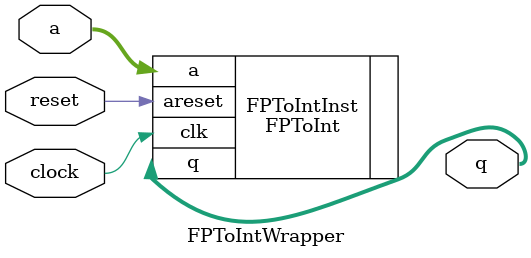
<source format=v>
module FPToIntWrapper (
    input  wire        clock,
    input  wire        reset,
    input  wire [31:0] a,
    output wire [31:0] q
  );

  FPToInt FPToIntInst (
    .clk(clock)
  , .areset(reset)
  , .a(a)
  , .q(q)
  );
endmodule

</source>
